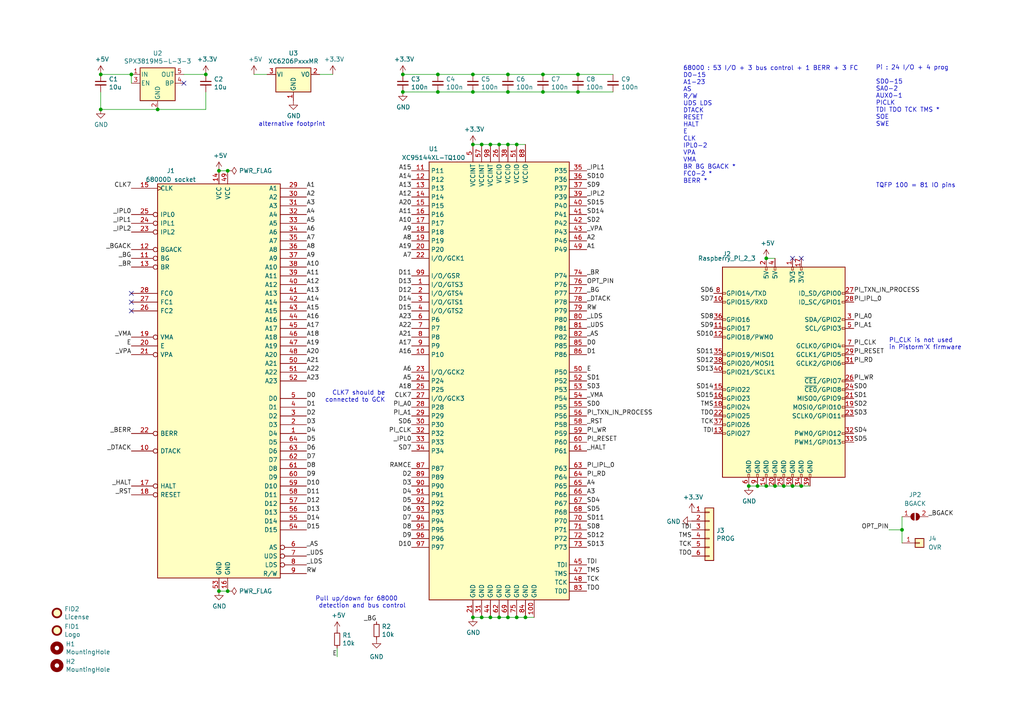
<source format=kicad_sch>
(kicad_sch (version 20230121) (generator eeschema)
  (paper "A4")
  (title_block (title "PiStorm'X 500") (date "2022-11-22") (rev "1.0") (company "FLACO") (comment 1 "Pistorm adapter board with Xilinx CPLD") (comment 2 "DIP 68000 version") (comment 3 "with SRAM"))
  (lib_symbols
    (symbol "CPLD_Xilinx:XC95144XL-TQ100"
      (property "Reference" "U" (at -20.32 64.77 0))
      (property "Value" "XC95144XL-TQ100" (at -20.32 -64.77 0))
      (symbol "XC95144XL-TQ100_1_1"
        (rectangle (start -20.32 63.5) (end 20.32 -63.5) (stroke (width 0.254)) (fill (type background)))
        (pin bidirectional line (at -25.4 27.94 0) (length 5.08) (name "I/O/GTS3") (number "1"))
        (pin bidirectional line (at -25.4 7.62 0) (length 5.08) (name "P10") (number "10"))
        (pin power_in line (at 10.16 -68.58 90) (length 5.08) (name "GND") (number "100"))
        (pin bidirectional line (at -25.4 60.96 0) (length 5.08) (name "P11") (number "11"))
        (pin bidirectional line (at -25.4 58.42 0) (length 5.08) (name "P12") (number "12"))
        (pin bidirectional line (at -25.4 55.88 0) (length 5.08) (name "P13") (number "13"))
        (pin bidirectional line (at -25.4 53.34 0) (length 5.08) (name "P14") (number "14"))
        (pin bidirectional line (at -25.4 50.8 0) (length 5.08) (name "P15") (number "15"))
        (pin bidirectional line (at -25.4 48.26 0) (length 5.08) (name "P16") (number "16"))
        (pin bidirectional line (at -25.4 45.72 0) (length 5.08) (name "P17") (number "17"))
        (pin bidirectional line (at -25.4 43.18 0) (length 5.08) (name "P18") (number "18"))
        (pin bidirectional line (at -25.4 40.64 0) (length 5.08) (name "P19") (number "19"))
        (pin bidirectional line (at -25.4 25.4 0) (length 5.08) (name "I/O/GTS4") (number "2"))
        (pin bidirectional line (at -25.4 38.1 0) (length 5.08) (name "P20") (number "20"))
        (pin power_in line (at -7.62 -68.58 90) (length 5.08) (name "GND") (number "21"))
        (pin bidirectional line (at -25.4 35.56 0) (length 5.08) (name "I/O/GCK1") (number "22"))
        (pin bidirectional line (at -25.4 2.54 0) (length 5.08) (name "I/O/GCK2") (number "23"))
        (pin bidirectional line (at -25.4 0 0) (length 5.08) (name "P24") (number "24"))
        (pin bidirectional line (at -25.4 -2.54 0) (length 5.08) (name "P25") (number "25"))
        (pin power_in line (at 0 68.58 270) (length 5.08) (name "VCCIO") (number "26"))
        (pin bidirectional line (at -25.4 -5.08 0) (length 5.08) (name "I/O/GCK3") (number "27"))
        (pin bidirectional line (at -25.4 -7.62 0) (length 5.08) (name "P28") (number "28"))
        (pin bidirectional line (at -25.4 -10.16 0) (length 5.08) (name "P29") (number "29"))
        (pin bidirectional line (at -25.4 22.86 0) (length 5.08) (name "I/O/GTS1") (number "3"))
        (pin bidirectional line (at -25.4 -12.7 0) (length 5.08) (name "P30") (number "30"))
        (pin power_in line (at -5.08 -68.58 90) (length 5.08) (name "GND") (number "31"))
        (pin bidirectional line (at -25.4 -15.24 0) (length 5.08) (name "P32") (number "32"))
        (pin bidirectional line (at -25.4 -17.78 0) (length 5.08) (name "P33") (number "33"))
        (pin bidirectional line (at -25.4 -20.32 0) (length 5.08) (name "P34") (number "34"))
        (pin bidirectional line (at 25.4 60.96 180) (length 5.08) (name "P35") (number "35"))
        (pin bidirectional line (at 25.4 58.42 180) (length 5.08) (name "P36") (number "36"))
        (pin bidirectional line (at 25.4 55.88 180) (length 5.08) (name "P37") (number "37"))
        (pin power_in line (at 2.54 68.58 270) (length 5.08) (name "VCCIO") (number "38"))
        (pin bidirectional line (at 25.4 53.34 180) (length 5.08) (name "P39") (number "39"))
        (pin bidirectional line (at -25.4 20.32 0) (length 5.08) (name "I/O/GTS2") (number "4"))
        (pin bidirectional line (at 25.4 50.8 180) (length 5.08) (name "P40") (number "40"))
        (pin bidirectional line (at 25.4 48.26 180) (length 5.08) (name "P41") (number "41"))
        (pin bidirectional line (at 25.4 45.72 180) (length 5.08) (name "P42") (number "42"))
        (pin bidirectional line (at 25.4 43.18 180) (length 5.08) (name "P43") (number "43"))
        (pin power_in line (at -2.54 -68.58 90) (length 5.08) (name "GND") (number "44"))
        (pin input line (at 25.4 -53.34 180) (length 5.08) (name "TDI") (number "45"))
        (pin bidirectional line (at 25.4 40.64 180) (length 5.08) (name "P46") (number "46"))
        (pin input line (at 25.4 -55.88 180) (length 5.08) (name "TMS") (number "47"))
        (pin input line (at 25.4 -58.42 180) (length 5.08) (name "TCK") (number "48"))
        (pin bidirectional line (at 25.4 38.1 180) (length 5.08) (name "P49") (number "49"))
        (pin power_in line (at -7.62 68.58 270) (length 5.08) (name "VCCINT") (number "5"))
        (pin bidirectional line (at 25.4 2.54 180) (length 5.08) (name "P50") (number "50"))
        (pin power_in line (at 5.08 68.58 270) (length 5.08) (name "VCCIO") (number "51"))
        (pin bidirectional line (at 25.4 0 180) (length 5.08) (name "P52") (number "52"))
        (pin bidirectional line (at 25.4 -2.54 180) (length 5.08) (name "P53") (number "53"))
        (pin bidirectional line (at 25.4 -5.08 180) (length 5.08) (name "P54") (number "54"))
        (pin bidirectional line (at 25.4 -7.62 180) (length 5.08) (name "P55") (number "55"))
        (pin bidirectional line (at 25.4 -10.16 180) (length 5.08) (name "P56") (number "56"))
        (pin power_in line (at -5.08 68.58 270) (length 5.08) (name "VCCINT") (number "57"))
        (pin bidirectional line (at 25.4 -12.7 180) (length 5.08) (name "P58") (number "58"))
        (pin bidirectional line (at 25.4 -15.24 180) (length 5.08) (name "P59") (number "59"))
        (pin bidirectional line (at -25.4 17.78 0) (length 5.08) (name "P6") (number "6"))
        (pin bidirectional line (at 25.4 -17.78 180) (length 5.08) (name "P60") (number "60"))
        (pin bidirectional line (at 25.4 -20.32 180) (length 5.08) (name "P61") (number "61"))
        (pin power_in line (at 0 -68.58 90) (length 5.08) (name "GND") (number "62"))
        (pin bidirectional line (at 25.4 -25.4 180) (length 5.08) (name "P63") (number "63"))
        (pin bidirectional line (at 25.4 -27.94 180) (length 5.08) (name "P64") (number "64"))
        (pin bidirectional line (at 25.4 -30.48 180) (length 5.08) (name "P65") (number "65"))
        (pin bidirectional line (at 25.4 -33.02 180) (length 5.08) (name "P66") (number "66"))
        (pin bidirectional line (at 25.4 -35.56 180) (length 5.08) (name "P67") (number "67"))
        (pin bidirectional line (at 25.4 -38.1 180) (length 5.08) (name "P68") (number "68"))
        (pin power_in line (at 2.54 -68.58 90) (length 5.08) (name "GND") (number "69"))
        (pin bidirectional line (at -25.4 15.24 0) (length 5.08) (name "P7") (number "7"))
        (pin bidirectional line (at 25.4 -40.64 180) (length 5.08) (name "P70") (number "70"))
        (pin bidirectional line (at 25.4 -43.18 180) (length 5.08) (name "P71") (number "71"))
        (pin bidirectional line (at 25.4 -45.72 180) (length 5.08) (name "P72") (number "72"))
        (pin bidirectional line (at 25.4 -48.26 180) (length 5.08) (name "P73") (number "73"))
        (pin bidirectional line (at 25.4 30.48 180) (length 5.08) (name "P74") (number "74"))
        (pin power_in line (at 5.08 -68.58 90) (length 5.08) (name "GND") (number "75"))
        (pin bidirectional line (at 25.4 27.94 180) (length 5.08) (name "P76") (number "76"))
        (pin bidirectional line (at 25.4 25.4 180) (length 5.08) (name "P77") (number "77"))
        (pin bidirectional line (at 25.4 22.86 180) (length 5.08) (name "P78") (number "78"))
        (pin bidirectional line (at 25.4 20.32 180) (length 5.08) (name "P79") (number "79"))
        (pin bidirectional line (at -25.4 12.7 0) (length 5.08) (name "P8") (number "8"))
        (pin bidirectional line (at 25.4 17.78 180) (length 5.08) (name "P80") (number "80"))
        (pin bidirectional line (at 25.4 15.24 180) (length 5.08) (name "P81") (number "81"))
        (pin bidirectional line (at 25.4 12.7 180) (length 5.08) (name "P82") (number "82"))
        (pin output line (at 25.4 -60.96 180) (length 5.08) (name "TDO") (number "83"))
        (pin power_in line (at 7.62 -68.58 90) (length 5.08) (name "GND") (number "84"))
        (pin bidirectional line (at 25.4 10.16 180) (length 5.08) (name "P85") (number "85"))
        (pin bidirectional line (at 25.4 7.62 180) (length 5.08) (name "P86") (number "86"))
        (pin bidirectional line (at -25.4 -25.4 0) (length 5.08) (name "P87") (number "87"))
        (pin power_in line (at 7.62 68.58 270) (length 5.08) (name "VCCIO") (number "88"))
        (pin bidirectional line (at -25.4 -27.94 0) (length 5.08) (name "P89") (number "89"))
        (pin bidirectional line (at -25.4 10.16 0) (length 5.08) (name "P9") (number "9"))
        (pin bidirectional line (at -25.4 -30.48 0) (length 5.08) (name "P90") (number "90"))
        (pin bidirectional line (at -25.4 -33.02 0) (length 5.08) (name "P91") (number "91"))
        (pin bidirectional line (at -25.4 -35.56 0) (length 5.08) (name "P92") (number "92"))
        (pin bidirectional line (at -25.4 -38.1 0) (length 5.08) (name "P93") (number "93"))
        (pin bidirectional line (at -25.4 -40.64 0) (length 5.08) (name "P94") (number "94"))
        (pin bidirectional line (at -25.4 -43.18 0) (length 5.08) (name "P95") (number "95"))
        (pin bidirectional line (at -25.4 -45.72 0) (length 5.08) (name "P96") (number "96"))
        (pin bidirectional line (at -25.4 -48.26 0) (length 5.08) (name "P97") (number "97"))
        (pin power_in line (at -2.54 68.58 270) (length 5.08) (name "VCCINT") (number "98"))
        (pin bidirectional line (at -25.4 30.48 0) (length 5.08) (name "I/O/GSR") (number "99"))
      )
    )
    (symbol "CPU_NXP_68000:68000D" (pin_names (offset 0.762))
      (property "Reference" "U" (at 0 2.54 0))
      (property "Value" "68000D" (at 0 -3.81 0))
      (symbol "68000D_0_1"
        (rectangle (start -17.78 57.15) (end 17.78 -57.15) (stroke (width 0.254)) (fill (type background)))
      )
      (symbol "68000D_1_1"
        (pin bidirectional line (at 25.4 -15.24 180) (length 7.62) (name "D4") (number "1"))
        (pin input inverted (at -25.4 -20.32 0) (length 7.62) (name "DTACK") (number "10"))
        (pin output inverted (at -25.4 35.56 0) (length 7.62) (name "BG") (number "11"))
        (pin input inverted (at -25.4 38.1 0) (length 7.62) (name "BGACK") (number "12"))
        (pin input inverted (at -25.4 33.02 0) (length 7.62) (name "BR") (number "13"))
        (pin power_in line (at 0 60.96 270) (length 3.81) (name "VCC") (number "14"))
        (pin input clock (at -25.4 55.88 0) (length 7.62) (name "CLK") (number "15"))
        (pin power_in line (at 2.54 -60.96 90) (length 3.81) (name "GND") (number "16"))
        (pin bidirectional inverted (at -25.4 -30.48 0) (length 7.62) (name "HALT") (number "17"))
        (pin bidirectional inverted (at -25.4 -33.02 0) (length 7.62) (name "RESET") (number "18"))
        (pin output inverted (at -25.4 12.7 0) (length 7.62) (name "VMA") (number "19"))
        (pin bidirectional line (at 25.4 -12.7 180) (length 7.62) (name "D3") (number "2"))
        (pin output line (at -25.4 10.16 0) (length 7.62) (name "E") (number "20"))
        (pin input inverted (at -25.4 7.62 0) (length 7.62) (name "VPA") (number "21"))
        (pin input inverted (at -25.4 -15.24 0) (length 7.62) (name "BERR") (number "22"))
        (pin input inverted (at -25.4 43.18 0) (length 7.62) (name "IPL2") (number "23"))
        (pin input inverted (at -25.4 45.72 0) (length 7.62) (name "IPL1") (number "24"))
        (pin input inverted (at -25.4 48.26 0) (length 7.62) (name "IPL0") (number "25"))
        (pin output line (at -25.4 20.32 0) (length 7.62) (name "FC2") (number "26"))
        (pin output line (at -25.4 22.86 0) (length 7.62) (name "FC1") (number "27"))
        (pin output line (at -25.4 25.4 0) (length 7.62) (name "FC0") (number "28"))
        (pin output line (at 25.4 55.88 180) (length 7.62) (name "A1") (number "29"))
        (pin bidirectional line (at 25.4 -10.16 180) (length 7.62) (name "D2") (number "3"))
        (pin output line (at 25.4 53.34 180) (length 7.62) (name "A2") (number "30"))
        (pin output line (at 25.4 50.8 180) (length 7.62) (name "A3") (number "31"))
        (pin output line (at 25.4 48.26 180) (length 7.62) (name "A4") (number "32"))
        (pin output line (at 25.4 45.72 180) (length 7.62) (name "A5") (number "33"))
        (pin output line (at 25.4 43.18 180) (length 7.62) (name "A6") (number "34"))
        (pin output line (at 25.4 40.64 180) (length 7.62) (name "A7") (number "35"))
        (pin output line (at 25.4 38.1 180) (length 7.62) (name "A8") (number "36"))
        (pin output line (at 25.4 35.56 180) (length 7.62) (name "A9") (number "37"))
        (pin output line (at 25.4 33.02 180) (length 7.62) (name "A10") (number "38"))
        (pin output line (at 25.4 30.48 180) (length 7.62) (name "A11") (number "39"))
        (pin bidirectional line (at 25.4 -7.62 180) (length 7.62) (name "D1") (number "4"))
        (pin output line (at 25.4 27.94 180) (length 7.62) (name "A12") (number "40"))
        (pin output line (at 25.4 25.4 180) (length 7.62) (name "A13") (number "41"))
        (pin output line (at 25.4 22.86 180) (length 7.62) (name "A14") (number "42"))
        (pin output line (at 25.4 20.32 180) (length 7.62) (name "A15") (number "43"))
        (pin output line (at 25.4 17.78 180) (length 7.62) (name "A16") (number "44"))
        (pin output line (at 25.4 15.24 180) (length 7.62) (name "A17") (number "45"))
        (pin output line (at 25.4 12.7 180) (length 7.62) (name "A18") (number "46"))
        (pin output line (at 25.4 10.16 180) (length 7.62) (name "A19") (number "47"))
        (pin output line (at 25.4 7.62 180) (length 7.62) (name "A20") (number "48"))
        (pin power_in line (at 2.54 60.96 270) (length 3.81) (name "VCC") (number "49"))
        (pin bidirectional line (at 25.4 -5.08 180) (length 7.62) (name "D0") (number "5"))
        (pin output line (at 25.4 5.08 180) (length 7.62) (name "A21") (number "50"))
        (pin output line (at 25.4 2.54 180) (length 7.62) (name "A22") (number "51"))
        (pin output line (at 25.4 0 180) (length 7.62) (name "A23") (number "52"))
        (pin power_in line (at 0 -60.96 90) (length 3.81) (name "GND") (number "53"))
        (pin bidirectional line (at 25.4 -43.18 180) (length 7.62) (name "D15") (number "54"))
        (pin bidirectional line (at 25.4 -40.64 180) (length 7.62) (name "D14") (number "55"))
        (pin bidirectional line (at 25.4 -38.1 180) (length 7.62) (name "D13") (number "56"))
        (pin bidirectional line (at 25.4 -35.56 180) (length 7.62) (name "D12") (number "57"))
        (pin bidirectional line (at 25.4 -33.02 180) (length 7.62) (name "D11") (number "58"))
        (pin bidirectional line (at 25.4 -30.48 180) (length 7.62) (name "D10") (number "59"))
        (pin output inverted (at 25.4 -48.26 180) (length 7.62) (name "AS") (number "6"))
        (pin bidirectional line (at 25.4 -27.94 180) (length 7.62) (name "D9") (number "60"))
        (pin bidirectional line (at 25.4 -25.4 180) (length 7.62) (name "D8") (number "61"))
        (pin bidirectional line (at 25.4 -22.86 180) (length 7.62) (name "D7") (number "62"))
        (pin bidirectional line (at 25.4 -20.32 180) (length 7.62) (name "D6") (number "63"))
        (pin bidirectional line (at 25.4 -17.78 180) (length 7.62) (name "D5") (number "64"))
        (pin output inverted (at 25.4 -50.8 180) (length 7.62) (name "UDS") (number "7"))
        (pin output inverted (at 25.4 -53.34 180) (length 7.62) (name "LDS") (number "8"))
        (pin output line (at 25.4 -55.88 180) (length 7.62) (name "R/W") (number "9"))
      )
    )
    (symbol "Connector:Raspberry_Pi_2_3" (pin_names (offset 1.016))
      (property "Reference" "J" (at -17.78 31.75 0))
      (property "Value" "Raspberry_Pi_2_3" (at 10.16 -31.75 0))
      (symbol "Raspberry_Pi_2_3_0_1"
        (rectangle (start -17.78 30.48) (end 17.78 -30.48) (stroke (width 0.254)) (fill (type background)))
      )
      (symbol "Raspberry_Pi_2_3_1_1"
        (rectangle (start -16.891 -17.526) (end -17.78 -18.034))
        (rectangle (start -16.891 -14.986) (end -17.78 -15.494))
        (rectangle (start -16.891 -12.446) (end -17.78 -12.954))
        (rectangle (start -16.891 -9.906) (end -17.78 -10.414))
        (rectangle (start -16.891 -7.366) (end -17.78 -7.874))
        (rectangle (start -16.891 -4.826) (end -17.78 -5.334))
        (rectangle (start -16.891 0.254) (end -17.78 -0.254))
        (rectangle (start -16.891 2.794) (end -17.78 2.286))
        (rectangle (start -16.891 5.334) (end -17.78 4.826))
        (rectangle (start -16.891 10.414) (end -17.78 9.906))
        (rectangle (start -16.891 12.954) (end -17.78 12.446))
        (rectangle (start -16.891 15.494) (end -17.78 14.986))
        (rectangle (start -16.891 20.574) (end -17.78 20.066))
        (rectangle (start -16.891 23.114) (end -17.78 22.606))
        (rectangle (start -10.414 -29.591) (end -9.906 -30.48))
        (rectangle (start -7.874 -29.591) (end -7.366 -30.48))
        (rectangle (start -5.334 -29.591) (end -4.826 -30.48))
        (rectangle (start -5.334 30.48) (end -4.826 29.591))
        (rectangle (start -2.794 -29.591) (end -2.286 -30.48))
        (rectangle (start -2.794 30.48) (end -2.286 29.591))
        (rectangle (start -0.254 -29.591) (end 0.254 -30.48))
        (rectangle (start 2.286 -29.591) (end 2.794 -30.48))
        (rectangle (start 2.286 30.48) (end 2.794 29.591))
        (rectangle (start 4.826 -29.591) (end 5.334 -30.48))
        (rectangle (start 4.826 30.48) (end 5.334 29.591))
        (rectangle (start 7.366 -29.591) (end 7.874 -30.48))
        (rectangle (start 17.78 -20.066) (end 16.891 -20.574))
        (rectangle (start 17.78 -17.526) (end 16.891 -18.034))
        (rectangle (start 17.78 -12.446) (end 16.891 -12.954))
        (rectangle (start 17.78 -9.906) (end 16.891 -10.414))
        (rectangle (start 17.78 -7.366) (end 16.891 -7.874))
        (rectangle (start 17.78 -4.826) (end 16.891 -5.334))
        (rectangle (start 17.78 -2.286) (end 16.891 -2.794))
        (rectangle (start 17.78 2.794) (end 16.891 2.286))
        (rectangle (start 17.78 5.334) (end 16.891 4.826))
        (rectangle (start 17.78 7.874) (end 16.891 7.366))
        (rectangle (start 17.78 12.954) (end 16.891 12.446))
        (rectangle (start 17.78 15.494) (end 16.891 14.986))
        (rectangle (start 17.78 20.574) (end 16.891 20.066))
        (rectangle (start 17.78 23.114) (end 16.891 22.606))
        (pin power_in line (at 2.54 33.02 270) (length 2.54) (name "3V3") (number "1"))
        (pin bidirectional line (at -20.32 20.32 0) (length 2.54) (name "GPIO15/RXD") (number "10"))
        (pin bidirectional line (at -20.32 12.7 0) (length 2.54) (name "GPIO17") (number "11"))
        (pin bidirectional line (at -20.32 10.16 0) (length 2.54) (name "GPIO18/PWM0") (number "12"))
        (pin bidirectional line (at -20.32 -17.78 0) (length 2.54) (name "GPIO27") (number "13"))
        (pin power_in line (at -5.08 -33.02 90) (length 2.54) (name "GND") (number "14"))
        (pin bidirectional line (at -20.32 -5.08 0) (length 2.54) (name "GPIO22") (number "15"))
        (pin bidirectional line (at -20.32 -7.62 0) (length 2.54) (name "GPIO23") (number "16"))
        (pin power_in line (at 5.08 33.02 270) (length 2.54) (name "3V3") (number "17"))
        (pin bidirectional line (at -20.32 -10.16 0) (length 2.54) (name "GPIO24") (number "18"))
        (pin bidirectional line (at 20.32 -10.16 180) (length 2.54) (name "MOSI0/GPIO10") (number "19"))
        (pin power_in line (at -5.08 33.02 270) (length 2.54) (name "5V") (number "2"))
        (pin power_in line (at -2.54 -33.02 90) (length 2.54) (name "GND") (number "20"))
        (pin bidirectional line (at 20.32 -7.62 180) (length 2.54) (name "MISO0/GPIO9") (number "21"))
        (pin bidirectional line (at -20.32 -12.7 0) (length 2.54) (name "GPIO25") (number "22"))
        (pin bidirectional line (at 20.32 -12.7 180) (length 2.54) (name "SCLK0/GPIO11") (number "23"))
        (pin bidirectional line (at 20.32 -5.08 180) (length 2.54) (name "~{CE0}/GPIO8") (number "24"))
        (pin power_in line (at 0 -33.02 90) (length 2.54) (name "GND") (number "25"))
        (pin bidirectional line (at 20.32 -2.54 180) (length 2.54) (name "~{CE1}/GPIO7") (number "26"))
        (pin bidirectional line (at 20.32 22.86 180) (length 2.54) (name "ID_SD/GPIO0") (number "27"))
        (pin bidirectional line (at 20.32 20.32 180) (length 2.54) (name "ID_SC/GPIO1") (number "28"))
        (pin bidirectional line (at 20.32 5.08 180) (length 2.54) (name "GCLK1/GPIO5") (number "29"))
        (pin bidirectional line (at 20.32 15.24 180) (length 2.54) (name "SDA/GPIO2") (number "3"))
        (pin power_in line (at 2.54 -33.02 90) (length 2.54) (name "GND") (number "30"))
        (pin bidirectional line (at 20.32 2.54 180) (length 2.54) (name "GCLK2/GPIO6") (number "31"))
        (pin bidirectional line (at 20.32 -17.78 180) (length 2.54) (name "PWM0/GPIO12") (number "32"))
        (pin bidirectional line (at 20.32 -20.32 180) (length 2.54) (name "PWM1/GPIO13") (number "33"))
        (pin power_in line (at 5.08 -33.02 90) (length 2.54) (name "GND") (number "34"))
        (pin bidirectional line (at -20.32 5.08 0) (length 2.54) (name "GPIO19/MISO1") (number "35"))
        (pin bidirectional line (at -20.32 15.24 0) (length 2.54) (name "GPIO16") (number "36"))
        (pin bidirectional line (at -20.32 -15.24 0) (length 2.54) (name "GPIO26") (number "37"))
        (pin bidirectional line (at -20.32 2.54 0) (length 2.54) (name "GPIO20/MOSI1") (number "38"))
        (pin power_in line (at 7.62 -33.02 90) (length 2.54) (name "GND") (number "39"))
        (pin power_in line (at -2.54 33.02 270) (length 2.54) (name "5V") (number "4"))
        (pin bidirectional line (at -20.32 0 0) (length 2.54) (name "GPIO21/SCLK1") (number "40"))
        (pin bidirectional line (at 20.32 12.7 180) (length 2.54) (name "SCL/GPIO3") (number "5"))
        (pin power_in line (at -10.16 -33.02 90) (length 2.54) (name "GND") (number "6"))
        (pin bidirectional line (at 20.32 7.62 180) (length 2.54) (name "GCLK0/GPIO4") (number "7"))
        (pin bidirectional line (at -20.32 22.86 0) (length 2.54) (name "GPIO14/TXD") (number "8"))
        (pin power_in line (at -7.62 -33.02 90) (length 2.54) (name "GND") (number "9"))
      )
    )
    (symbol "Connector_Generic:Conn_01x01" (pin_names (offset 1.016) hide)
      (property "Reference" "J" (at 0 2.54 0))
      (property "Value" "Conn_01x01" (at 0 -2.54 0))
      (symbol "Conn_01x01_1_1"
        (rectangle (start -1.27 0.127) (end 0 -0.127) (stroke (width 0.1524)))
        (rectangle (start -1.27 1.27) (end 1.27 -1.27) (stroke (width 0.254)) (fill (type background)))
        (pin passive line (at -5.08 0 0) (length 3.81) (name "Pin_1") (number "1"))
      )
    )
    (symbol "Connector_Generic:Conn_01x06" (pin_names (offset 1.016) hide)
      (property "Reference" "J" (at 0 7.62 0))
      (property "Value" "Conn_01x06" (at 0 -10.16 0))
      (symbol "Conn_01x06_1_1"
        (rectangle (start -1.27 -7.493) (end 0 -7.747) (stroke (width 0.1524)))
        (rectangle (start -1.27 -4.953) (end 0 -5.207) (stroke (width 0.1524)))
        (rectangle (start -1.27 -2.413) (end 0 -2.667) (stroke (width 0.1524)))
        (rectangle (start -1.27 0.127) (end 0 -0.127) (stroke (width 0.1524)))
        (rectangle (start -1.27 2.667) (end 0 2.413) (stroke (width 0.1524)))
        (rectangle (start -1.27 5.207) (end 0 4.953) (stroke (width 0.1524)))
        (rectangle (start -1.27 6.35) (end 1.27 -8.89) (stroke (width 0.254)) (fill (type background)))
        (pin passive line (at -5.08 5.08 0) (length 3.81) (name "Pin_1") (number "1"))
        (pin passive line (at -5.08 2.54 0) (length 3.81) (name "Pin_2") (number "2"))
        (pin passive line (at -5.08 0 0) (length 3.81) (name "Pin_3") (number "3"))
        (pin passive line (at -5.08 -2.54 0) (length 3.81) (name "Pin_4") (number "4"))
        (pin passive line (at -5.08 -5.08 0) (length 3.81) (name "Pin_5") (number "5"))
        (pin passive line (at -5.08 -7.62 0) (length 3.81) (name "Pin_6") (number "6"))
      )
    )
    (symbol "Device:C_Small" (pin_numbers hide) (pin_names (offset 0.254) hide)
      (property "Reference" "C" (at 0.254 1.778 0))
      (property "Value" "C_Small" (at 0.254 -2.032 0))
      (symbol "C_Small_0_1"
        (polyline (pts (xy -1.524 -0.508) (xy 1.524 -0.508)) (stroke (width 0.3302)))
        (polyline (pts (xy -1.524 0.508) (xy 1.524 0.508)) (stroke (width 0.3048)))
      )
      (symbol "C_Small_1_1"
        (pin passive line (at 0 2.54 270) (length 2.032) (name "~") (number "1"))
        (pin passive line (at 0 -2.54 90) (length 2.032) (name "~") (number "2"))
      )
    )
    (symbol "Device:R_Small" (pin_numbers hide) (pin_names (offset 0.254) hide)
      (property "Reference" "R" (at 0.762 0.508 0))
      (property "Value" "R_Small" (at 0.762 -1.016 0))
      (symbol "R_Small_0_1"
        (rectangle (start -0.762 1.778) (end 0.762 -1.778) (stroke (width 0.2032)))
      )
      (symbol "R_Small_1_1"
        (pin passive line (at 0 2.54 270) (length 0.762) (name "~") (number "1"))
        (pin passive line (at 0 -2.54 90) (length 0.762) (name "~") (number "2"))
      )
    )
    (symbol "Jumper:SolderJumper_2_Open" (pin_names (offset 0) hide)
      (property "Reference" "JP" (at 0 2.032 0))
      (property "Value" "SolderJumper_2_Open" (at 0 -2.54 0))
      (symbol "SolderJumper_2_Open_0_1"
        (arc (start -0.254 1.016) (mid -1.2656 0) (end -0.254 -1.016))
        (arc (start -0.254 1.016) (mid -1.2656 0) (end -0.254 -1.016) (fill (type outline)))
        (polyline (pts (xy -0.254 1.016) (xy -0.254 -1.016)))
        (polyline (pts (xy 0.254 1.016) (xy 0.254 -1.016)))
        (arc (start 0.254 -1.016) (mid 1.2656 0) (end 0.254 1.016))
        (arc (start 0.254 -1.016) (mid 1.2656 0) (end 0.254 1.016) (fill (type outline)))
      )
      (symbol "SolderJumper_2_Open_1_1"
        (pin passive line (at -3.81 0 0) (length 2.54) (name "A") (number "1"))
        (pin passive line (at 3.81 0 180) (length 2.54) (name "B") (number "2"))
      )
    )
    (symbol "Mechanical:Fiducial"
      (property "Reference" "FID" (at 0 5.08 0))
      (property "Value" "Fiducial" (at 0 3.175 0))
      (symbol "Fiducial_0_1"
        (circle (center 0 0) (radius 1.27) (stroke (width 0.508)) (fill (type background)))
      )
    )
    (symbol "Mechanical:MountingHole" (pin_names (offset 1.016))
      (property "Reference" "H" (at 0 5.08 0))
      (property "Value" "MountingHole" (at 0 3.175 0))
      (symbol "MountingHole_0_1"
        (circle (center 0 0) (radius 1.27) (stroke (width 1.27)))
      )
    )
    (symbol "Regulator_Linear:SPX3819M5-L-3-3" (pin_names (offset 0.254))
      (property "Reference" "U" (at -3.81 5.715 0))
      (property "Value" "SPX3819M5-L-3-3" (at 0 5.715 0))
      (symbol "SPX3819M5-L-3-3_0_1"
        (rectangle (start -5.08 4.445) (end 5.08 -5.08) (stroke (width 0.254)) (fill (type background)))
      )
      (symbol "SPX3819M5-L-3-3_1_1"
        (pin power_in line (at -7.62 2.54 0) (length 2.54) (name "IN") (number "1"))
        (pin power_in line (at 0 -7.62 90) (length 2.54) (name "GND") (number "2"))
        (pin input line (at -7.62 0 0) (length 2.54) (name "EN") (number "3"))
        (pin input line (at 7.62 0 180) (length 2.54) (name "BP") (number "4"))
        (pin power_out line (at 7.62 2.54 180) (length 2.54) (name "OUT") (number "5"))
      )
    )
    (symbol "Regulator_Linear:XC6206PxxxMR" (pin_names (offset 0.254))
      (property "Reference" "U" (at -3.81 3.175 0))
      (property "Value" "XC6206PxxxMR" (at 0 3.175 0))
      (symbol "XC6206PxxxMR_0_1"
        (rectangle (start -5.08 1.905) (end 5.08 -5.08) (stroke (width 0.254)) (fill (type background)))
      )
      (symbol "XC6206PxxxMR_1_1"
        (pin power_in line (at 0 -7.62 90) (length 2.54) (name "GND") (number "1"))
        (pin power_out line (at 7.62 0 180) (length 2.54) (name "VO") (number "2"))
        (pin power_in line (at -7.62 0 0) (length 2.54) (name "VI") (number "3"))
      )
    )
    (symbol "Sassa:CY62177ESL-55ZXI"
      (property "Reference" "U" (at -8.89 31.75 0))
      (property "Value" "CY62177ESL-55ZXI" (at 10.16 -34.29 0))
      (symbol "CY62177ESL-55ZXI_0_1"
        (rectangle (start 10.16 30.48) (end -10.16 -33.02) (stroke (width 0.254)) (fill (type background)))
      )
      (symbol "CY62177ESL-55ZXI_1_1"
        (pin input line (at 15.24 17.78 180) (length 5.08) (name "A15") (number "1"))
        (pin input line (at 15.24 -22.86 180) (length 5.08) (name "A20") (number "10"))
        (pin input line (at -15.24 -17.78 0) (length 5.08) (name "WE#") (number "11"))
        (pin input line (at -15.24 -22.86 0) (length 5.08) (name "CE2") (number "12"))
        (pin no_connect line (at 10.16 -25.4 180) (length 0) hide (name "NC") (number "13"))
        (pin input line (at -15.24 -25.4 0) (length 5.08) (name "BHE#") (number "14"))
        (pin input line (at -15.24 -27.94 0) (length 5.08) (name "BLE#") (number "15"))
        (pin input line (at 15.24 25.4 180) (length 5.08) (name "A18") (number "16"))
        (pin input line (at 15.24 22.86 180) (length 5.08) (name "A17") (number "17"))
        (pin input line (at 15.24 -2.54 180) (length 5.08) (name "A7") (number "18"))
        (pin input line (at 15.24 -5.08 180) (length 5.08) (name "A6") (number "19"))
        (pin input line (at 15.24 15.24 180) (length 5.08) (name "A14") (number "2"))
        (pin input line (at 15.24 -7.62 180) (length 5.08) (name "A5") (number "20"))
        (pin input line (at 15.24 -10.16 180) (length 5.08) (name "A4") (number "21"))
        (pin input line (at 15.24 -12.7 180) (length 5.08) (name "A3") (number "22"))
        (pin input line (at 15.24 -15.24 180) (length 5.08) (name "A2") (number "23"))
        (pin input line (at 15.24 -17.78 180) (length 5.08) (name "A1") (number "24"))
        (pin input line (at 15.24 -20.32 180) (length 5.08) (name "A0") (number "25"))
        (pin input line (at -15.24 -20.32 0) (length 5.08) (name "CE1#") (number "26"))
        (pin power_in line (at -2.54 -38.1 90) (length 5.08) (name "VSS") (number "27"))
        (pin input line (at -15.24 -15.24 0) (length 5.08) (name "OE#") (number "28"))
        (pin bidirectional line (at -15.24 -10.16 0) (length 5.08) (name "DQ0") (number "29"))
        (pin input line (at 15.24 12.7 180) (length 5.08) (name "A13") (number "3"))
        (pin bidirectional line (at -15.24 10.16 0) (length 5.08) (name "DQ8") (number "30"))
        (pin bidirectional line (at -15.24 -7.62 0) (length 5.08) (name "DQ1") (number "31"))
        (pin bidirectional line (at -15.24 12.7 0) (length 5.08) (name "DQ9") (number "32"))
        (pin bidirectional line (at -15.24 -5.08 0) (length 5.08) (name "DQ2") (number "33"))
        (pin bidirectional line (at -15.24 15.24 0) (length 5.08) (name "DQ10") (number "34"))
        (pin bidirectional line (at -15.24 -2.54 0) (length 5.08) (name "DQ3") (number "35"))
        (pin bidirectional line (at -15.24 17.78 0) (length 5.08) (name "DQ11") (number "36"))
        (pin power_in line (at 0 35.56 270) (length 5.08) (name "VCC") (number "37"))
        (pin bidirectional line (at -15.24 0 0) (length 5.08) (name "DQ4") (number "38"))
        (pin bidirectional line (at -15.24 20.32 0) (length 5.08) (name "DQ12") (number "39"))
        (pin input line (at 15.24 10.16 180) (length 5.08) (name "A12") (number "4"))
        (pin bidirectional line (at -15.24 2.54 0) (length 5.08) (name "DQ5") (number "40"))
        (pin bidirectional line (at -15.24 22.86 0) (length 5.08) (name "DQ13") (number "41"))
        (pin bidirectional line (at -15.24 5.08 0) (length 5.08) (name "DQ6") (number "42"))
        (pin bidirectional line (at -15.24 25.4 0) (length 5.08) (name "DQ14") (number "43"))
        (pin bidirectional line (at -15.24 7.62 0) (length 5.08) (name "DQ7") (number "44"))
        (pin input line (at -15.24 27.94 0) (length 5.08) (name "DQ15/A20") (number "45"))
        (pin power_in line (at 0 -38.1 90) (length 5.08) (name "VSS") (number "46"))
        (pin input inverted (at -15.24 -30.48 0) (length 5.08) (name "BYTE#") (number "47"))
        (pin input line (at 15.24 20.32 180) (length 5.08) (name "A16") (number "48"))
        (pin input line (at 15.24 7.62 180) (length 5.08) (name "A11") (number "5"))
        (pin input line (at 15.24 5.08 180) (length 5.08) (name "A10") (number "6"))
        (pin input line (at 15.24 2.54 180) (length 5.08) (name "A9") (number "7"))
        (pin input line (at 15.24 0 180) (length 5.08) (name "A8") (number "8"))
        (pin input line (at 15.24 27.94 180) (length 5.08) (name "A19") (number "9"))
      )
    )
    (symbol "power:+3.3V" (power) (pin_names (offset 0))
      (property "Value" "+3.3V" (at 0 3.556 0))
      (symbol "+3.3V_0_1"
        (polyline (pts (xy -0.762 1.27) (xy 0 2.54)))
        (polyline (pts (xy 0 0) (xy 0 2.54)))
        (polyline (pts (xy 0 2.54) (xy 0.762 1.27)))
      )
      (symbol "+3.3V_1_1"
        (pin power_in line (at 0 0 90) (length 0) hide (name "+3.3V") (number "1"))
      )
    )
    (symbol "power:+5V" (power) (pin_names (offset 0))
      (property "Value" "+5V" (at 0 3.556 0))
      (symbol "+5V_0_1"
        (polyline (pts (xy -0.762 1.27) (xy 0 2.54)))
        (polyline (pts (xy 0 0) (xy 0 2.54)))
        (polyline (pts (xy 0 2.54) (xy 0.762 1.27)))
      )
      (symbol "+5V_1_1"
        (pin power_in line (at 0 0 90) (length 0) hide (name "+5V") (number "1"))
      )
    )
    (symbol "power:GND" (power) (pin_names (offset 0))
      (property "Value" "GND" (at 0 -3.81 0))
      (symbol "GND_0_1"
        (polyline (pts (xy 0 0) (xy 0 -1.27) (xy 1.27 -1.27) (xy 0 -2.54) (xy -1.27 -1.27) (xy 0 -1.27)))
      )
      (symbol "GND_1_1"
        (pin power_in line (at 0 0 270) (length 0) hide (name "GND") (number "1"))
      )
    )
    (symbol "power:PWR_FLAG" (power) (pin_numbers hide) (pin_names (offset 0) hide)
      (property "Value" "PWR_FLAG" (at 0 3.81 0))
      (symbol "PWR_FLAG_0_0"
        (pin power_out line (at 0 0 90) (length 0) (name "pwr") (number "1"))
      )
      (symbol "PWR_FLAG_0_1"
        (polyline (pts (xy 0 0) (xy 0 1.27) (xy -1.016 1.905) (xy 0 2.54) (xy 1.016 1.905) (xy 0 1.27)))
      )
    )
  )
  (junction (at 142.24 179.07))
  (junction (at 152.4 179.07))
  (junction (at 219.71 140.97))
  (junction (at 127 26.67))
  (junction (at 139.7 179.07))
  (junction (at 144.78 41.91))
  (junction (at 147.32 26.67))
  (junction (at 147.32 179.07))
  (junction (at 167.64 26.67))
  (junction (at 116.84 26.67))
  (junction (at 147.32 21.59))
  (junction (at 59.69 21.59))
  (junction (at 139.7 41.91))
  (junction (at 217.17 140.97))
  (junction (at 224.79 140.97))
  (junction (at 227.33 140.97))
  (junction (at 38.1 21.59))
  (junction (at 261.62 153.67))
  (junction (at 232.41 140.97))
  (junction (at 45.72 31.75))
  (junction (at 332.74 140.97))
  (junction (at 147.32 41.91))
  (junction (at 229.87 140.97))
  (junction (at 137.16 41.91))
  (junction (at 144.78 179.07))
  (junction (at 29.21 21.59))
  (junction (at 66.04 171.45))
  (junction (at 142.24 41.91))
  (junction (at 137.16 26.67))
  (junction (at 167.64 21.59))
  (junction (at 63.5 171.45))
  (junction (at 222.25 74.93))
  (junction (at 157.48 21.59))
  (junction (at 157.48 26.67))
  (junction (at 29.21 31.75))
  (junction (at 116.84 21.59))
  (junction (at 149.86 179.07))
  (junction (at 127 21.59))
  (junction (at 63.5 49.53))
  (junction (at 66.04 49.53))
  (junction (at 137.16 179.07))
  (junction (at 137.16 21.59))
  (junction (at 222.25 140.97))
  (junction (at 149.86 41.91))
  (no_connect (at 232.41 74.93))
  (no_connect (at 229.87 74.93))
  (no_connect (at 38.1 87.63))
  (no_connect (at 38.1 90.17))
  (no_connect (at 38.1 85.09))
  (no_connect (at 53.34 24.13))
  (wire (pts (xy 59.69 26.67) (xy 59.69 31.75)))
  (wire (pts (xy 38.1 24.13) (xy 38.1 21.59)))
  (wire (pts (xy 127 21.59) (xy 116.84 21.59)))
  (wire (pts (xy 97.79 190.5) (xy 97.79 187.96)))
  (wire (pts (xy 229.87 140.97) (xy 227.33 140.97)))
  (wire (pts (xy 149.86 179.07) (xy 147.32 179.07)))
  (wire (pts (xy 232.41 140.97) (xy 229.87 140.97)))
  (wire (pts (xy 167.64 21.59) (xy 157.48 21.59)))
  (wire (pts (xy 29.21 31.75) (xy 29.21 26.67)))
  (wire (pts (xy 261.62 153.67) (xy 261.62 149.86)))
  (wire (pts (xy 38.1 21.59) (xy 29.21 21.59)))
  (wire (pts (xy 144.78 179.07) (xy 142.24 179.07)))
  (wire (pts (xy 66.04 49.53) (xy 63.5 49.53)))
  (wire (pts (xy 167.64 21.59) (xy 177.8 21.59)))
  (wire (pts (xy 154.94 179.07) (xy 152.4 179.07)))
  (wire (pts (xy 167.64 26.67) (xy 177.8 26.67)))
  (wire (pts (xy 234.95 140.97) (xy 232.41 140.97)))
  (wire (pts (xy 59.69 31.75) (xy 45.72 31.75)))
  (wire (pts (xy 142.24 41.91) (xy 139.7 41.91)))
  (wire (pts (xy 222.25 140.97) (xy 219.71 140.97)))
  (wire (pts (xy 53.34 21.59) (xy 59.69 21.59)))
  (wire (pts (xy 147.32 41.91) (xy 144.78 41.91)))
  (wire (pts (xy 147.32 26.67) (xy 137.16 26.67)))
  (wire (pts (xy 335.28 140.97) (xy 332.74 140.97)))
  (wire (pts (xy 152.4 41.91) (xy 149.86 41.91)))
  (wire (pts (xy 157.48 26.67) (xy 147.32 26.67)))
  (wire (pts (xy 137.16 26.67) (xy 127 26.67)))
  (wire (pts (xy 45.72 31.75) (xy 29.21 31.75)))
  (wire (pts (xy 167.64 26.67) (xy 157.48 26.67)))
  (wire (pts (xy 139.7 41.91) (xy 137.16 41.91)))
  (wire (pts (xy 92.71 21.59) (xy 96.52 21.59)))
  (wire (pts (xy 227.33 140.97) (xy 224.79 140.97)))
  (wire (pts (xy 152.4 179.07) (xy 149.86 179.07)))
  (wire (pts (xy 147.32 179.07) (xy 144.78 179.07)))
  (wire (pts (xy 66.04 171.45) (xy 63.5 171.45)))
  (wire (pts (xy 144.78 41.91) (xy 142.24 41.91)))
  (wire (pts (xy 142.24 179.07) (xy 139.7 179.07)))
  (wire (pts (xy 257.81 153.67) (xy 261.62 153.67)))
  (wire (pts (xy 157.48 21.59) (xy 147.32 21.59)))
  (wire (pts (xy 147.32 21.59) (xy 137.16 21.59)))
  (wire (pts (xy 219.71 140.97) (xy 217.17 140.97)))
  (wire (pts (xy 73.66 21.59) (xy 77.47 21.59)))
  (wire (pts (xy 149.86 41.91) (xy 147.32 41.91)))
  (wire (pts (xy 224.79 74.93) (xy 222.25 74.93)))
  (wire (pts (xy 127 26.67) (xy 116.84 26.67)))
  (wire (pts (xy 261.62 157.48) (xy 261.62 153.67)))
  (wire (pts (xy 137.16 21.59) (xy 127 21.59)))
  (wire (pts (xy 139.7 179.07) (xy 137.16 179.07)))
  (wire (pts (xy 224.79 140.97) (xy 222.25 140.97)))
  (text "CLK7 should be\nconnected to GCK" (at 111.76 116.84 0) (effects (font (size 1.27 1.27)) (justify right bottom)))
  (text "Pi : 24 I/O + 4 prog\n\nSD0-15\nSA0-2\nAUX0-1\nPICLK\nTDI TDO TCK TMS *\nSOE\nSWE" (at 254 36.83 0) (effects (font (size 1.27 1.27)) (justify left bottom)))
  (text "PCB ready for CY62177ESL\nhowever due to the price of this chip only CY62167ELL are tested.\nStay away from low voltage versions of this chip." (at 306.07 161.29 0) (effects (font (size 1.27 1.27)) (justify left bottom)))
  (text "Pull up/down for 68000\n detection and bus control" (at 91.44 176.53 0) (effects (font (size 1.27 1.27)) (justify left bottom)))
  (text "alternative footprint" (at 74.93 36.83 0) (effects (font (size 1.27 1.27)) (justify left bottom)))
  (text "Warning : LDS, UDS and data lines are swapped\nto simplify routing" (at 311.15 153.67 0) (effects (font (size 1.27 1.27)) (justify left bottom)))
  (text "TQFP 100 = 81 IO pins" (at 254 54.61 0) (effects (font (size 1.27 1.27)) (justify left bottom)))
  (text "68000 : 53 I/O + 3 bus control + 1 BERR + 3 FC\nD0-15\nA1-23\nAS\nR/W\nUDS LDS\nDTACK\nRESET\nHALT\nE\nCLK\nIPL0-2\nVPA\nVMA\nBR BG BGACK *\nFC0-2 *\nBERR *\n" (at 198.12 53.34 0) (effects (font (size 1.27 1.27)) (justify left bottom)))
  (text "RAM decoupling" (at 328.93 38.1 0) (effects (font (size 1.27 1.27)) (justify left bottom)))
  (text "PI_CLK is not used\nin Pistorm'X firmware" (at 257.81 101.6 0) (effects (font (size 1.27 1.27)) (justify left bottom)))
  (label "_BR" (at 170.18 80.01 0))
  (label "A5" (at 350.52 90.17 0))
  (label "PI_RESET" (at 170.18 128.27 0))
  (label "A3" (at 350.52 85.09 0))
  (label "D15" (at 119.38 90.17 180))
  (label "A14" (at 350.52 105.41 0))
  (label "D5" (at 320.04 87.63 180))
  (label "A18" (at 119.38 113.03 180))
  (label "RW" (at 170.18 90.17 0))
  (label "PI_CLK" (at 247.65 100.33 0))
  (label "SD7" (at 119.38 130.81 180))
  (label "D11" (at 88.9 143.51 0))
  (label "_IPL0" (at 38.1 62.23 180))
  (label "D7" (at 119.38 151.13 180))
  (label "_LDS" (at 88.9 163.83 0))
  (label "D12" (at 119.38 85.09 180))
  (label "_HALT" (at 38.1 140.97 180))
  (label "CLK7" (at 38.1 54.61 180))
  (label "A16" (at 350.52 110.49 0))
  (label "A13" (at 119.38 54.61 180))
  (label "_VPA" (at 170.18 67.31 0))
  (label "E" (at 170.18 107.95 0))
  (label "A18" (at 88.9 97.79 0))
  (label "D3" (at 320.04 82.55 180))
  (label "_RST" (at 170.18 123.19 0))
  (label "SD4" (at 247.65 125.73 0))
  (label "A12" (at 350.52 77.47 0))
  (label "PI_A1" (at 247.65 95.25 0))
  (label "RW" (at 88.9 166.37 0))
  (label "A2" (at 88.9 57.15 0))
  (label "A6" (at 350.52 92.71 0))
  (label "A11" (at 88.9 80.01 0))
  (label "A5" (at 88.9 64.77 0))
  (label "D8" (at 119.38 153.67 180))
  (label "A20" (at 119.38 59.69 180))
  (label "D13" (at 320.04 100.33 180))
  (label "SD13" (at 207.01 107.95 180))
  (label "A16" (at 88.9 92.71 0))
  (label "A21" (at 350.52 125.73 0))
  (label "SD6" (at 207.01 85.09 180))
  (label "A9" (at 119.38 67.31 180))
  (label "A20" (at 88.9 102.87 0))
  (label "A6" (at 119.38 107.95 180))
  (label "PI_TXN_IN_PROCESS" (at 247.65 85.09 0))
  (label "PI_RD" (at 170.18 138.43 0))
  (label "SD9" (at 207.01 95.25 180))
  (label "PI_A0" (at 247.65 92.71 0))
  (label "A10" (at 88.9 77.47 0))
  (label "D15" (at 320.04 95.25 180))
  (label "D10" (at 88.9 140.97 0))
  (label "E" (at 38.1 100.33 180))
  (label "TDO" (at 207.01 120.65 180))
  (label "_IPL1" (at 38.1 64.77 180))
  (label "D13" (at 119.38 82.55 180))
  (label "SD0" (at 247.65 113.03 0))
  (label "D8" (at 320.04 113.03 180))
  (label "D3" (at 119.38 140.97 180))
  (label "A3" (at 170.18 143.51 0))
  (label "A13" (at 350.52 80.01 0))
  (label "D14" (at 320.04 97.79 180))
  (label "CLK7" (at 119.38 115.57 180))
  (label "D1" (at 320.04 77.47 180))
  (label "A2" (at 170.18 69.85 0))
  (label "A17" (at 350.52 113.03 0))
  (label "D5" (at 119.38 146.05 180))
  (label "A6" (at 88.9 67.31 0))
  (label "SD9" (at 170.18 54.61 0))
  (label "A1" (at 88.9 54.61 0))
  (label "A7" (at 88.9 69.85 0))
  (label "D0" (at 320.04 74.93 180))
  (label "D6" (at 320.04 90.17 180))
  (label "A15" (at 350.52 107.95 0))
  (label "TCK" (at 200.66 158.75 180))
  (label "OPT_PIN" (at 257.81 153.67 180))
  (label "A17" (at 88.9 95.25 0))
  (label "_BG" (at 38.1 74.93 180))
  (label "RAMCE" (at 320.04 125.73 180))
  (label "A9" (at 88.9 74.93 0))
  (label "D0" (at 88.9 115.57 0))
  (label "D6" (at 88.9 130.81 0))
  (label "A11" (at 350.52 74.93 0))
  (label "SD15" (at 207.01 115.57 180))
  (label "D10" (at 119.38 158.75 180))
  (label "TMS" (at 207.01 118.11 180))
  (label "D15" (at 88.9 153.67 0))
  (label "RAMCE" (at 119.38 135.89 180))
  (label "TDI" (at 170.18 163.83 0))
  (label "A18" (at 350.52 115.57 0))
  (label "D4" (at 119.38 143.51 180))
  (label "A8" (at 350.52 97.79 0))
  (label "A10" (at 350.52 102.87 0))
  (label "D2" (at 119.38 138.43 180))
  (label "_BR" (at 38.1 77.47 180))
  (label "_AS" (at 88.9 158.75 0))
  (label "PI_IPL_0" (at 170.18 135.89 0))
  (label "SD3" (at 247.65 120.65 0))
  (label "PI_RD" (at 247.65 105.41 0))
  (label "D4" (at 88.9 125.73 0))
  (label "A4" (at 170.18 140.97 0))
  (label "A10" (at 119.38 64.77 180))
  (label "_DTACK" (at 170.18 87.63 0))
  (label "D14" (at 119.38 87.63 180))
  (label "D9" (at 320.04 110.49 180))
  (label "D10" (at 320.04 107.95 180))
  (label "_RST" (at 38.1 143.51 180))
  (label "PI_IPL_0" (at 247.65 87.63 0))
  (label "_UDS" (at 170.18 95.25 0))
  (label "A16" (at 119.38 102.87 180))
  (label "A3" (at 88.9 59.69 0))
  (label "PI_CLK" (at 119.38 125.73 180))
  (label "PI_A0" (at 119.38 118.11 180))
  (label "A22" (at 119.38 95.25 180))
  (label "SD2" (at 247.65 118.11 0))
  (label "TDO" (at 170.18 171.45 0))
  (label "SD11" (at 207.01 102.87 180))
  (label "_BGACK" (at 269.24 149.86 0))
  (label "A19" (at 119.38 72.39 180))
  (label "SD8" (at 207.01 92.71 180))
  (label "SD14" (at 170.18 62.23 0))
  (label "D1" (at 88.9 118.11 0))
  (label "SD14" (at 207.01 113.03 180))
  (label "_BERR" (at 38.1 125.73 180))
  (label "A19" (at 350.52 118.11 0))
  (label "SD5" (at 247.65 128.27 0))
  (label "PI_A1" (at 119.38 120.65 180))
  (label "TDI" (at 200.66 153.67 180))
  (label "A12" (at 119.38 57.15 180))
  (label "A15" (at 119.38 49.53 180))
  (label "PI_WR" (at 170.18 125.73 0))
  (label "D2" (at 88.9 120.65 0))
  (label "A23" (at 88.9 110.49 0))
  (label "PI_TXN_IN_PROCESS" (at 170.18 120.65 0))
  (label "TDI" (at 207.01 125.73 180))
  (label "SD10" (at 207.01 97.79 180))
  (label "D13" (at 88.9 148.59 0))
  (label "D9" (at 119.38 156.21 180))
  (label "A15" (at 88.9 90.17 0))
  (label "A9" (at 350.52 100.33 0))
  (label "_VMA" (at 170.18 115.57 0))
  (label "A11" (at 119.38 62.23 180))
  (label "D4" (at 320.04 85.09 180))
  (label "A1" (at 170.18 72.39 0))
  (label "A14" (at 119.38 52.07 180))
  (label "A17" (at 119.38 100.33 180))
  (label "TCK" (at 207.01 123.19 180))
  (label "D12" (at 320.04 102.87 180))
  (label "SD2" (at 170.18 64.77 0))
  (label "D2" (at 320.04 80.01 180))
  (label "SD13" (at 170.18 158.75 0))
  (label "SD1" (at 170.18 110.49 0))
  (label "_IPL1" (at 170.18 49.53 0))
  (label "A21" (at 119.38 97.79 180))
  (label "SD4" (at 170.18 146.05 0))
  (label "A20" (at 350.52 120.65 0))
  (label "SD10" (at 170.18 52.07 0))
  (label "D5" (at 88.9 128.27 0))
  (label "_UDS" (at 320.04 130.81 180))
  (label "_IPL2" (at 170.18 57.15 0))
  (label "A2" (at 350.52 82.55 0))
  (label "PI_WR" (at 247.65 110.49 0))
  (label "_IPL2" (at 38.1 67.31 180))
  (label "_UDS" (at 88.9 161.29 0))
  (label "SD7" (at 207.01 87.63 180))
  (label "A8" (at 88.9 72.39 0))
  (label "SD15" (at 170.18 59.69 0))
  (label "_HALT" (at 170.18 130.81 0))
  (label "A4" (at 88.9 62.23 0))
  (label "A1" (at 350.52 123.19 0))
  (label "_BG" (at 170.18 85.09 0))
  (label "E" (at 97.79 190.5 180))
  (label "D8" (at 88.9 135.89 0))
  (label "A5" (at 119.38 110.49 180))
  (label "A8" (at 119.38 69.85 180))
  (label "TCK" (at 170.18 168.91 0))
  (label "SD6" (at 119.38 123.19 180))
  (label "_BGACK" (at 38.1 72.39 180))
  (label "D1" (at 170.18 102.87 0))
  (label "A4" (at 350.52 87.63 0))
  (label "D9" (at 88.9 138.43 0))
  (label "A14" (at 88.9 87.63 0))
  (label "_BG" (at 109.22 180.34 180))
  (label "D3" (at 88.9 123.19 0))
  (label "A12" (at 88.9 82.55 0))
  (label "D7" (at 88.9 133.35 0))
  (label "A23" (at 119.38 92.71 180))
  (label "SD12" (at 170.18 156.21 0))
  (label "D0" (at 170.18 100.33 0))
  (label "PI_RESET" (at 247.65 102.87 0))
  (label "A19" (at 88.9 100.33 0))
  (label "_LDS" (at 320.04 128.27 180))
  (label "SD5" (at 170.18 148.59 0))
  (label "TMS" (at 200.66 156.21 180))
  (label "TDO" (at 200.66 161.29 180))
  (label "_LDS" (at 170.18 92.71 0))
  (label "TMS" (at 170.18 166.37 0))
  (label "_DTACK" (at 38.1 130.81 180))
  (label "_IPL0" (at 119.38 128.27 180))
  (label "D12" (at 88.9 146.05 0))
  (label "SD12" (at 207.01 105.41 180))
  (label "SD8" (at 170.18 153.67 0))
  (label "OPT_PIN" (at 170.18 82.55 0))
  (label "A7" (at 350.52 95.25 0))
  (label "D11" (at 119.38 80.01 180))
  (label "D7" (at 320.04 92.71 180))
  (label "A22" (at 88.9 107.95 0))
  (label "SD3" (at 170.18 113.03 0))
  (label "_AS" (at 170.18 97.79 0))
  (label "D11" (at 320.04 105.41 180))
  (label "_VPA" (at 38.1 102.87 180))
  (label "A7" (at 119.38 74.93 180))
  (label "SD0" (at 170.18 118.11 0))
  (label "SD1" (at 247.65 115.57 0))
  (label "_VMA" (at 38.1 97.79 180))
  (label "A13" (at 88.9 85.09 0))
  (label "SD11" (at 170.18 151.13 0))
  (label "RW" (at 320.04 120.65 180))
  (label "D14" (at 88.9 151.13 0))
  (label "D6" (at 119.38 148.59 180))
  (label "A21" (at 88.9 105.41 0))
  (symbol (lib_id "CPU_NXP_68000:68000D") (at 63.5 110.49 0) (unit 1)
    (property "Reference" "J1" (at 49.53 49.53 0))
    (property "Value" "68000D socket" (at 49.53 52.07 0))
    (property "Footprint" "Sassa:DIP-64_W22.86mm_BigPads1.4" (effects hide))
    (property "Datasheet" "https://www.nxp.com/docs/en/reference-manual/MC68000UM.pdf" (effects hide))
  )
  (symbol (lib_id "CPLD_Xilinx:XC95144XL-TQ100") (at 144.78 110.49 0) (unit 1)
    (property "Reference" "U1" (at 125.73 43.18 0))
    (property "Value" "XC95144XL-TQ100" (at 125.73 45.72 0))
    (property "Footprint" "Package_QFP:TQFP-100_14x14mm_P0.5mm" (effects hide))
    (property "Datasheet" "https://www.xilinx.com/support/documentation/data_sheets/ds056.pdf" (effects hide))
  )
  (symbol (lib_id "Regulator_Linear:SPX3819M5-L-3-3") (at 45.72 24.13 0) (unit 1)
    (property "Reference" "U2" (at 45.72 15.4432 0))
    (property "Value" "SPX3819M5-L-3-3" (at 45.72 17.7546 0))
    (property "Footprint" "Package_TO_SOT_SMD:SOT-23-5" (effects hide))
    (property "Datasheet" "https://www.exar.com/content/document.ashx?id=22106&languageid=1033&type=Datasheet&partnumber=SPX3819&filename=SPX3819.pdf&part=SPX3819" (effects hide))
  )
  (symbol (lib_id "Regulator_Linear:XC6206PxxxMR") (at 85.09 21.59 0) (unit 1)
    (property "Reference" "U3" (at 85.09 15.4432 0))
    (property "Value" "XC6206PxxxMR" (at 85.09 17.7546 0))
    (property "Footprint" "Sassa:SOT-23" (effects hide))
    (property "Datasheet" "https://www.torexsemi.com/file/xc6206/XC6206.pdf" (effects hide))
  )
  (symbol (lib_id "Device:C_Small") (at 29.21 24.13 0) (unit 1)
    (property "Reference" "C1" (at 31.5468 22.9616 0) (effects (justify left)))
    (property "Value" "10u" (at 31.5468 25.273 0) (effects (justify left)))
    (property "Footprint" "Capacitor_SMD:C_0805_2012Metric" (effects hide))
  )
  (symbol (lib_id "Device:C_Small") (at 59.69 24.13 0) (unit 1)
    (property "Reference" "C2" (at 62.0268 22.9616 0) (effects (justify left)))
    (property "Value" "10u" (at 62.0268 25.273 0) (effects (justify left)))
    (property "Footprint" "Capacitor_SMD:C_0805_2012Metric" (effects hide))
  )
  (symbol (lib_id "power:+5V") (at 29.21 21.59 0) (unit 1)
    (property "Reference" "#PWR0101" (effects hide))
    (property "Value" "+5V" (at 29.591 17.1958 0))
  )
  (symbol (lib_id "power:+3.3V") (at 59.69 21.59 0) (unit 1)
    (property "Reference" "#PWR0102" (effects hide))
    (property "Value" "+3.3V" (at 60.071 17.1958 0))
  )
  (symbol (lib_id "power:GND") (at 29.21 31.75 0) (unit 1)
    (property "Reference" "#PWR0103" (effects hide))
    (property "Value" "GND" (at 29.337 36.1442 0))
  )
  (symbol (lib_id "power:+3.3V") (at 96.52 21.59 0) (unit 1)
    (property "Reference" "#PWR0104" (effects hide))
    (property "Value" "+3.3V" (at 96.901 17.1958 0))
  )
  (symbol (lib_id "power:+5V") (at 73.66 21.59 0) (unit 1)
    (property "Reference" "#PWR0105" (effects hide))
    (property "Value" "+5V" (at 74.041 17.1958 0))
  )
  (symbol (lib_id "power:GND") (at 85.09 29.21 0) (unit 1)
    (property "Reference" "#PWR0106" (effects hide))
    (property "Value" "GND" (at 85.217 33.6042 0))
  )
  (symbol (lib_id "power:+3.3V") (at 137.16 41.91 0) (unit 1)
    (property "Reference" "#PWR0107" (effects hide))
    (property "Value" "+3.3V" (at 137.541 37.5158 0))
  )
  (symbol (lib_id "power:GND") (at 137.16 179.07 0) (unit 1)
    (property "Reference" "#PWR0108" (effects hide))
    (property "Value" "GND" (at 137.287 183.4642 0))
  )
  (symbol (lib_id "power:GND") (at 63.5 171.45 0) (unit 1)
    (property "Reference" "#PWR0109" (effects hide))
    (property "Value" "GND" (at 63.627 175.8442 0))
  )
  (symbol (lib_id "power:PWR_FLAG") (at 66.04 171.45 270) (unit 1)
    (property "Reference" "#FLG0101" (effects hide))
    (property "Value" "PWR_FLAG" (at 69.2912 171.45 90) (effects (justify left)))
  )
  (symbol (lib_id "power:PWR_FLAG") (at 66.04 49.53 270) (unit 1)
    (property "Reference" "#FLG0102" (effects hide))
    (property "Value" "PWR_FLAG" (at 69.2912 49.53 90) (effects (justify left)))
  )
  (symbol (lib_id "power:+5V") (at 63.5 49.53 0) (unit 1)
    (property "Reference" "#PWR0110" (effects hide))
    (property "Value" "+5V" (at 63.881 45.1358 0))
  )
  (symbol (lib_id "power:+5V") (at 97.79 182.88 0) (unit 1)
    (property "Reference" "#PWR0111" (effects hide))
    (property "Value" "+5V" (at 98.171 178.4858 0))
  )
  (symbol (lib_id "Device:R_Small") (at 97.79 185.42 0) (unit 1)
    (property "Reference" "R1" (at 99.2886 184.2516 0) (effects (justify left)))
    (property "Value" "10k" (at 99.2886 186.563 0) (effects (justify left)))
    (property "Footprint" "Resistor_SMD:R_0805_2012Metric" (effects hide))
  )
  (symbol (lib_id "Connector_Generic:Conn_01x06") (at 205.74 153.67 0) (unit 1)
    (property "Reference" "J3" (at 207.772 153.8732 0) (effects (justify left)))
    (property "Value" "PROG" (at 207.772 156.1846 0) (effects (justify left)))
    (property "Footprint" "Connector_PinHeader_2.54mm:PinHeader_1x06_P2.54mm_Vertical" (effects hide))
  )
  (symbol (lib_id "power:GND") (at 200.66 151.13 270) (unit 1)
    (property "Reference" "#PWR0112" (effects hide))
    (property "Value" "GND" (at 197.4088 151.257 90) (effects (justify right)))
  )
  (symbol (lib_id "power:+3.3V") (at 200.66 148.59 0) (unit 1)
    (property "Reference" "#PWR0113" (effects hide))
    (property "Value" "+3.3V" (at 201.041 144.1958 0))
  )
  (symbol (lib_id "Connector:Raspberry_Pi_2_3") (at 227.33 107.95 0) (unit 1)
    (property "Reference" "J2" (at 210.82 73.66 0))
    (property "Value" "Raspberry_Pi_2_3" (at 210.82 74.93 0))
    (property "Footprint" "Connector_PinSocket_2.54mm:PinSocket_2x20_P2.54mm_Vertical" (effects hide))
    (property "Datasheet" "https://www.raspberrypi.org/documentation/hardware/raspberrypi/schematics/rpi_SCH_3bplus_1p0_reduced.pdf" (effects hide))
  )
  (symbol (lib_id "power:+5V") (at 222.25 74.93 0) (unit 1)
    (property "Reference" "#PWR0114" (effects hide))
    (property "Value" "+5V" (at 222.631 70.5358 0))
  )
  (symbol (lib_id "power:GND") (at 217.17 140.97 0) (unit 1)
    (property "Reference" "#PWR0115" (effects hide))
    (property "Value" "GND" (at 217.297 145.3642 0))
  )
  (symbol (lib_id "Mechanical:Fiducial") (at 16.51 182.88 0) (unit 1)
    (property "Reference" "FID1" (at 18.669 181.7116 0) (effects (justify left)))
    (property "Value" "Logo" (at 18.669 184.023 0) (effects (justify left)))
    (property "Footprint" "Sassa:PIC_PistormX_43x10mm" (effects hide))
  )
  (symbol (lib_id "Device:C_Small") (at 116.84 24.13 0) (unit 1)
    (property "Reference" "C3" (at 119.1768 22.9616 0) (effects (justify left)))
    (property "Value" "100n" (at 119.1768 25.273 0) (effects (justify left)))
    (property "Footprint" "Capacitor_SMD:C_0805_2012Metric" (effects hide))
  )
  (symbol (lib_id "Device:C_Small") (at 127 24.13 0) (unit 1)
    (property "Reference" "C4" (at 129.3368 22.9616 0) (effects (justify left)))
    (property "Value" "100n" (at 129.3368 25.273 0) (effects (justify left)))
    (property "Footprint" "Capacitor_SMD:C_0805_2012Metric" (effects hide))
  )
  (symbol (lib_id "Device:C_Small") (at 137.16 24.13 0) (unit 1)
    (property "Reference" "C5" (at 139.4968 22.9616 0) (effects (justify left)))
    (property "Value" "100n" (at 139.4968 25.273 0) (effects (justify left)))
    (property "Footprint" "Capacitor_SMD:C_0805_2012Metric" (effects hide))
  )
  (symbol (lib_id "Device:C_Small") (at 147.32 24.13 0) (unit 1)
    (property "Reference" "C6" (at 149.6568 22.9616 0) (effects (justify left)))
    (property "Value" "100n" (at 149.6568 25.273 0) (effects (justify left)))
    (property "Footprint" "Capacitor_SMD:C_0805_2012Metric" (effects hide))
  )
  (symbol (lib_id "power:+3.3V") (at 116.84 21.59 0) (unit 1)
    (property "Reference" "#PWR01" (effects hide))
    (property "Value" "+3.3V" (at 117.221 17.1958 0))
  )
  (symbol (lib_id "power:GND") (at 116.84 26.67 0) (unit 1)
    (property "Reference" "#PWR02" (effects hide))
    (property "Value" "GND" (at 116.967 31.0642 0))
  )
  (symbol (lib_id "Mechanical:MountingHole") (at 16.51 193.04 0) (unit 1)
    (property "Reference" "H2" (at 19.05 191.8716 0) (effects (justify left)))
    (property "Value" "MountingHole" (at 19.05 194.183 0) (effects (justify left)))
    (property "Footprint" "MountingHole:MountingHole_2.5mm" (effects hide))
  )
  (symbol (lib_id "Mechanical:MountingHole") (at 16.51 187.96 0) (unit 1)
    (property "Reference" "H1" (at 19.05 186.7916 0) (effects (justify left)))
    (property "Value" "MountingHole" (at 19.05 189.103 0) (effects (justify left)))
    (property "Footprint" "MountingHole:MountingHole_2.5mm" (effects hide))
  )
  (symbol (lib_id "Device:C_Small") (at 157.48 24.13 0) (unit 1)
    (property "Reference" "C7" (at 159.8168 22.9616 0) (effects (justify left)))
    (property "Value" "100n" (at 159.8168 25.273 0) (effects (justify left)))
    (property "Footprint" "Capacitor_SMD:C_0805_2012Metric" (effects hide))
  )
  (symbol (lib_id "Device:C_Small") (at 167.64 24.13 0) (unit 1)
    (property "Reference" "C8" (at 169.9768 22.9616 0) (effects (justify left)))
    (property "Value" "100n" (at 169.9768 25.273 0) (effects (justify left)))
    (property "Footprint" "Capacitor_SMD:C_0805_2012Metric" (effects hide))
  )
  (symbol (lib_id "Sassa:CY62177ESL-55ZXI") (at 335.28 102.87 0) (unit 1)
    (property "Reference" "U4" (at 326.39 68.58 0))
    (property "Value" "CY62177ESL-55ZXI" (at 323.85 71.12 0))
    (property "Footprint" "Package_SO:TSOP-I-48_18.4x12mm_P0.5mm" (effects hide))
    (property "Datasheet" "https://www.cypress.com/part/cy62177esl-55zxi" (effects hide))
  )
  (symbol (lib_id "power:+5V") (at 335.28 43.18 0) (unit 1)
    (property "Reference" "#PWR0122" (effects hide))
    (property "Value" "+5V" (at 335.661 38.7858 0))
  )
  (symbol (lib_id "Mechanical:Fiducial") (at 16.51 177.8 0) (unit 1)
    (property "Reference" "FID2" (at 18.669 176.6316 0) (effects (justify left)))
    (property "Value" "License" (at 18.669 178.943 0) (effects (justify left)))
    (property "Footprint" "Sassa:CC_BY_NC_SA_square_silkscreen" (effects hide))
  )
  (symbol (lib_id "power:GND") (at 109.22 185.42 0) (unit 1)
    (property "Reference" "#PWR0124" (effects hide))
    (property "Value" "GND" (at 109.22 190.5 0))
  )
  (symbol (lib_id "power:GND") (at 335.28 48.26 0) (unit 1)
    (property "Reference" "#PWR0123" (effects hide))
    (property "Value" "GND" (at 335.407 52.6542 0))
  )
  (symbol (lib_id "Device:R_Small") (at 109.22 182.88 0) (unit 1)
    (property "Reference" "R2" (at 110.7186 181.7116 0) (effects (justify left)))
    (property "Value" "10k" (at 110.7186 184.023 0) (effects (justify left)))
    (property "Footprint" "Resistor_SMD:R_0805_2012Metric" (effects hide))
  )
  (symbol (lib_id "power:GND") (at 332.74 140.97 0) (unit 1)
    (property "Reference" "#PWR0117" (effects hide))
    (property "Value" "GND" (at 332.867 145.3642 0))
  )
  (symbol (lib_id "power:+5V") (at 320.04 133.35 90) (unit 1)
    (property "Reference" "#PWR0119" (effects hide))
    (property "Value" "+5V" (at 315.6458 132.969 0))
  )
  (symbol (lib_id "power:GND") (at 320.04 118.11 270) (unit 1)
    (property "Reference" "#PWR0118" (effects hide))
    (property "Value" "GND" (at 315.6458 118.237 0))
  )
  (symbol (lib_id "power:GND") (at 320.04 123.19 270) (unit 1)
    (property "Reference" "#PWR0120" (effects hide))
    (property "Value" "GND" (at 315.6458 123.317 0))
  )
  (symbol (lib_id "Jumper:SolderJumper_2_Open") (at 265.43 149.86 0) (unit 1)
    (property "Reference" "JP2" (at 265.43 143.51 0))
    (property "Value" "BGACK" (at 265.43 146.05 0))
    (property "Footprint" "Jumper:SolderJumper-2_P1.3mm_Open_RoundedPad1.0x1.5mm" (effects hide))
  )
  (symbol (lib_id "Connector_Generic:Conn_01x01") (at 266.7 157.48 0) (unit 1)
    (property "Reference" "J4" (at 269.24 156.2099 0) (effects (justify left)))
    (property "Value" "OVR" (at 269.24 158.7499 0) (effects (justify left)))
    (property "Footprint" "Connector_PinHeader_2.54mm:PinHeader_1x01_P2.54mm_Vertical" (effects hide))
  )
  (symbol (lib_id "power:+5V") (at 335.28 67.31 0) (unit 1)
    (property "Reference" "#PWR0121" (effects hide))
    (property "Value" "+5V" (at 335.661 62.9158 0))
  )
  (symbol (lib_id "Device:C_Small") (at 177.8 24.13 0) (unit 1)
    (property "Reference" "C9" (at 180.1368 22.9616 0) (effects (justify left)))
    (property "Value" "100n" (at 180.1368 25.273 0) (effects (justify left)))
    (property "Footprint" "Capacitor_SMD:C_0805_2012Metric" (effects hide))
  )
  (symbol (lib_id "Device:C_Small") (at 335.28 45.72 0) (unit 1)
    (property "Reference" "C10" (at 337.6168 44.5516 0) (effects (justify left)))
    (property "Value" "100n" (at 337.6168 46.863 0) (effects (justify left)))
    (property "Footprint" "Capacitor_SMD:C_0805_2012Metric" (effects hide))
  )
)
</source>
